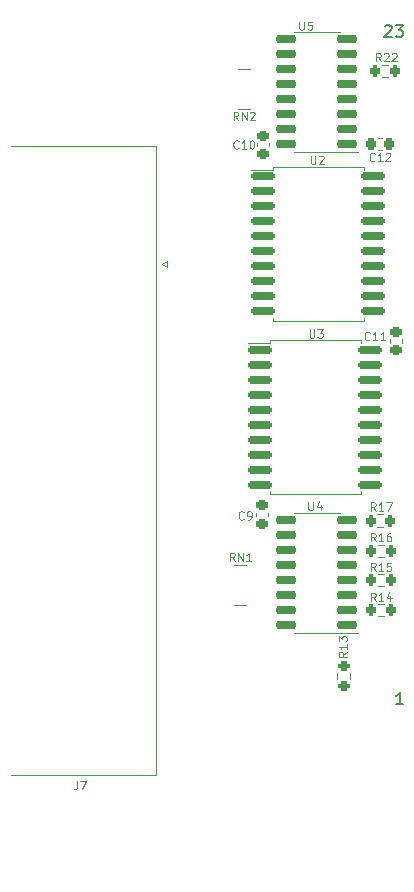
<source format=gbr>
%TF.GenerationSoftware,KiCad,Pcbnew,(6.0.11-0)*%
%TF.CreationDate,2023-07-12T13:16:53+12:00*%
%TF.ProjectId,controller-upper-cut,636f6e74-726f-46c6-9c65-722d75707065,3.2*%
%TF.SameCoordinates,PX206cc80PY68e7780*%
%TF.FileFunction,Legend,Top*%
%TF.FilePolarity,Positive*%
%FSLAX46Y46*%
G04 Gerber Fmt 4.6, Leading zero omitted, Abs format (unit mm)*
G04 Created by KiCad (PCBNEW (6.0.11-0)) date 2023-07-12 13:16:53*
%MOMM*%
%LPD*%
G01*
G04 APERTURE LIST*
G04 Aperture macros list*
%AMRoundRect*
0 Rectangle with rounded corners*
0 $1 Rounding radius*
0 $2 $3 $4 $5 $6 $7 $8 $9 X,Y pos of 4 corners*
0 Add a 4 corners polygon primitive as box body*
4,1,4,$2,$3,$4,$5,$6,$7,$8,$9,$2,$3,0*
0 Add four circle primitives for the rounded corners*
1,1,$1+$1,$2,$3*
1,1,$1+$1,$4,$5*
1,1,$1+$1,$6,$7*
1,1,$1+$1,$8,$9*
0 Add four rect primitives between the rounded corners*
20,1,$1+$1,$2,$3,$4,$5,0*
20,1,$1+$1,$4,$5,$6,$7,0*
20,1,$1+$1,$6,$7,$8,$9,0*
20,1,$1+$1,$8,$9,$2,$3,0*%
G04 Aperture macros list end*
%ADD10C,0.150000*%
%ADD11C,0.080000*%
%ADD12C,0.120000*%
%ADD13R,0.800000X0.500000*%
%ADD14R,0.800000X0.400000*%
%ADD15RoundRect,0.200000X-0.200000X-0.275000X0.200000X-0.275000X0.200000X0.275000X-0.200000X0.275000X0*%
%ADD16RoundRect,0.150000X-0.875000X-0.150000X0.875000X-0.150000X0.875000X0.150000X-0.875000X0.150000X0*%
%ADD17C,5.500000*%
%ADD18RoundRect,0.225000X0.250000X-0.225000X0.250000X0.225000X-0.250000X0.225000X-0.250000X-0.225000X0*%
%ADD19RoundRect,0.225000X-0.250000X0.225000X-0.250000X-0.225000X0.250000X-0.225000X0.250000X0.225000X0*%
%ADD20RoundRect,0.225000X-0.225000X-0.250000X0.225000X-0.250000X0.225000X0.250000X-0.225000X0.250000X0*%
%ADD21RoundRect,0.150000X0.725000X0.150000X-0.725000X0.150000X-0.725000X-0.150000X0.725000X-0.150000X0*%
%ADD22C,4.000000*%
%ADD23R,1.600000X1.600000*%
%ADD24C,1.600000*%
%ADD25RoundRect,0.200000X-0.275000X0.200000X-0.275000X-0.200000X0.275000X-0.200000X0.275000X0.200000X0*%
%ADD26R,1.700000X1.700000*%
%ADD27O,1.700000X1.700000*%
G04 APERTURE END LIST*
D10*
X42838095Y-7747619D02*
X42885714Y-7700000D01*
X42980952Y-7652380D01*
X43219047Y-7652380D01*
X43314285Y-7700000D01*
X43361904Y-7747619D01*
X43409523Y-7842857D01*
X43409523Y-7938095D01*
X43361904Y-8080952D01*
X42790476Y-8652380D01*
X43409523Y-8652380D01*
X43742857Y-7652380D02*
X44361904Y-7652380D01*
X44028571Y-8033333D01*
X44171428Y-8033333D01*
X44266666Y-8080952D01*
X44314285Y-8128571D01*
X44361904Y-8223809D01*
X44361904Y-8461904D01*
X44314285Y-8557142D01*
X44266666Y-8604761D01*
X44171428Y-8652380D01*
X43885714Y-8652380D01*
X43790476Y-8604761D01*
X43742857Y-8557142D01*
X44385714Y-65152380D02*
X43814285Y-65152380D01*
X44100000Y-65152380D02*
X44100000Y-64152380D01*
X44004761Y-64295238D01*
X43909523Y-64390476D01*
X43814285Y-64438095D01*
D11*
%TO.C,RN2*%
X30426666Y-15696059D02*
X30193333Y-15362726D01*
X30026666Y-15696059D02*
X30026666Y-14996059D01*
X30293333Y-14996059D01*
X30360000Y-15029393D01*
X30393333Y-15062726D01*
X30426666Y-15129393D01*
X30426666Y-15229393D01*
X30393333Y-15296059D01*
X30360000Y-15329393D01*
X30293333Y-15362726D01*
X30026666Y-15362726D01*
X30726666Y-15696059D02*
X30726666Y-14996059D01*
X31126666Y-15696059D01*
X31126666Y-14996059D01*
X31426666Y-15062726D02*
X31460000Y-15029393D01*
X31526666Y-14996059D01*
X31693333Y-14996059D01*
X31760000Y-15029393D01*
X31793333Y-15062726D01*
X31826666Y-15129393D01*
X31826666Y-15196059D01*
X31793333Y-15296059D01*
X31393333Y-15696059D01*
X31826666Y-15696059D01*
%TO.C,R16*%
X42050000Y-51366666D02*
X41816666Y-51033333D01*
X41650000Y-51366666D02*
X41650000Y-50666666D01*
X41916666Y-50666666D01*
X41983333Y-50700000D01*
X42016666Y-50733333D01*
X42050000Y-50800000D01*
X42050000Y-50900000D01*
X42016666Y-50966666D01*
X41983333Y-51000000D01*
X41916666Y-51033333D01*
X41650000Y-51033333D01*
X42716666Y-51366666D02*
X42316666Y-51366666D01*
X42516666Y-51366666D02*
X42516666Y-50666666D01*
X42450000Y-50766666D01*
X42383333Y-50833333D01*
X42316666Y-50866666D01*
X43316666Y-50666666D02*
X43183333Y-50666666D01*
X43116666Y-50700000D01*
X43083333Y-50733333D01*
X43016666Y-50833333D01*
X42983333Y-50966666D01*
X42983333Y-51233333D01*
X43016666Y-51300000D01*
X43050000Y-51333333D01*
X43116666Y-51366666D01*
X43250000Y-51366666D01*
X43316666Y-51333333D01*
X43350000Y-51300000D01*
X43383333Y-51233333D01*
X43383333Y-51066666D01*
X43350000Y-51000000D01*
X43316666Y-50966666D01*
X43250000Y-50933333D01*
X43116666Y-50933333D01*
X43050000Y-50966666D01*
X43016666Y-51000000D01*
X42983333Y-51066666D01*
%TO.C,R15*%
X42050000Y-53866666D02*
X41816666Y-53533333D01*
X41650000Y-53866666D02*
X41650000Y-53166666D01*
X41916666Y-53166666D01*
X41983333Y-53200000D01*
X42016666Y-53233333D01*
X42050000Y-53300000D01*
X42050000Y-53400000D01*
X42016666Y-53466666D01*
X41983333Y-53500000D01*
X41916666Y-53533333D01*
X41650000Y-53533333D01*
X42716666Y-53866666D02*
X42316666Y-53866666D01*
X42516666Y-53866666D02*
X42516666Y-53166666D01*
X42450000Y-53266666D01*
X42383333Y-53333333D01*
X42316666Y-53366666D01*
X43350000Y-53166666D02*
X43016666Y-53166666D01*
X42983333Y-53500000D01*
X43016666Y-53466666D01*
X43083333Y-53433333D01*
X43250000Y-53433333D01*
X43316666Y-53466666D01*
X43350000Y-53500000D01*
X43383333Y-53566666D01*
X43383333Y-53733333D01*
X43350000Y-53800000D01*
X43316666Y-53833333D01*
X43250000Y-53866666D01*
X43083333Y-53866666D01*
X43016666Y-53833333D01*
X42983333Y-53800000D01*
%TO.C,R17*%
X42050000Y-48766666D02*
X41816666Y-48433333D01*
X41650000Y-48766666D02*
X41650000Y-48066666D01*
X41916666Y-48066666D01*
X41983333Y-48100000D01*
X42016666Y-48133333D01*
X42050000Y-48200000D01*
X42050000Y-48300000D01*
X42016666Y-48366666D01*
X41983333Y-48400000D01*
X41916666Y-48433333D01*
X41650000Y-48433333D01*
X42716666Y-48766666D02*
X42316666Y-48766666D01*
X42516666Y-48766666D02*
X42516666Y-48066666D01*
X42450000Y-48166666D01*
X42383333Y-48233333D01*
X42316666Y-48266666D01*
X42950000Y-48066666D02*
X43416666Y-48066666D01*
X43116666Y-48766666D01*
%TO.C,U3*%
X36466666Y-33416666D02*
X36466666Y-33983333D01*
X36500000Y-34050000D01*
X36533333Y-34083333D01*
X36600000Y-34116666D01*
X36733333Y-34116666D01*
X36800000Y-34083333D01*
X36833333Y-34050000D01*
X36866666Y-33983333D01*
X36866666Y-33416666D01*
X37133333Y-33416666D02*
X37566666Y-33416666D01*
X37333333Y-33683333D01*
X37433333Y-33683333D01*
X37500000Y-33716666D01*
X37533333Y-33750000D01*
X37566666Y-33816666D01*
X37566666Y-33983333D01*
X37533333Y-34050000D01*
X37500000Y-34083333D01*
X37433333Y-34116666D01*
X37233333Y-34116666D01*
X37166666Y-34083333D01*
X37133333Y-34050000D01*
%TO.C,H3*%
X19566666Y-10309559D02*
X19566666Y-9609559D01*
X19566666Y-9942893D02*
X19966666Y-9942893D01*
X19966666Y-10309559D02*
X19966666Y-9609559D01*
X20233333Y-9609559D02*
X20666666Y-9609559D01*
X20433333Y-9876226D01*
X20533333Y-9876226D01*
X20600000Y-9909559D01*
X20633333Y-9942893D01*
X20666666Y-10009559D01*
X20666666Y-10176226D01*
X20633333Y-10242893D01*
X20600000Y-10276226D01*
X20533333Y-10309559D01*
X20333333Y-10309559D01*
X20266666Y-10276226D01*
X20233333Y-10242893D01*
%TO.C,RN1*%
X30116666Y-53016666D02*
X29883333Y-52683333D01*
X29716666Y-53016666D02*
X29716666Y-52316666D01*
X29983333Y-52316666D01*
X30050000Y-52350000D01*
X30083333Y-52383333D01*
X30116666Y-52450000D01*
X30116666Y-52550000D01*
X30083333Y-52616666D01*
X30050000Y-52650000D01*
X29983333Y-52683333D01*
X29716666Y-52683333D01*
X30416666Y-53016666D02*
X30416666Y-52316666D01*
X30816666Y-53016666D01*
X30816666Y-52316666D01*
X31516666Y-53016666D02*
X31116666Y-53016666D01*
X31316666Y-53016666D02*
X31316666Y-52316666D01*
X31250000Y-52416666D01*
X31183333Y-52483333D01*
X31116666Y-52516666D01*
%TO.C,C11*%
X41550000Y-34250000D02*
X41516666Y-34283333D01*
X41416666Y-34316666D01*
X41350000Y-34316666D01*
X41250000Y-34283333D01*
X41183333Y-34216666D01*
X41150000Y-34150000D01*
X41116666Y-34016666D01*
X41116666Y-33916666D01*
X41150000Y-33783333D01*
X41183333Y-33716666D01*
X41250000Y-33650000D01*
X41350000Y-33616666D01*
X41416666Y-33616666D01*
X41516666Y-33650000D01*
X41550000Y-33683333D01*
X42216666Y-34316666D02*
X41816666Y-34316666D01*
X42016666Y-34316666D02*
X42016666Y-33616666D01*
X41950000Y-33716666D01*
X41883333Y-33783333D01*
X41816666Y-33816666D01*
X42883333Y-34316666D02*
X42483333Y-34316666D01*
X42683333Y-34316666D02*
X42683333Y-33616666D01*
X42616666Y-33716666D01*
X42550000Y-33783333D01*
X42483333Y-33816666D01*
%TO.C,R14*%
X42050000Y-56416666D02*
X41816666Y-56083333D01*
X41650000Y-56416666D02*
X41650000Y-55716666D01*
X41916666Y-55716666D01*
X41983333Y-55750000D01*
X42016666Y-55783333D01*
X42050000Y-55850000D01*
X42050000Y-55950000D01*
X42016666Y-56016666D01*
X41983333Y-56050000D01*
X41916666Y-56083333D01*
X41650000Y-56083333D01*
X42716666Y-56416666D02*
X42316666Y-56416666D01*
X42516666Y-56416666D02*
X42516666Y-55716666D01*
X42450000Y-55816666D01*
X42383333Y-55883333D01*
X42316666Y-55916666D01*
X43316666Y-55950000D02*
X43316666Y-56416666D01*
X43150000Y-55683333D02*
X42983333Y-56183333D01*
X43416666Y-56183333D01*
%TO.C,C10*%
X30450000Y-18050000D02*
X30416666Y-18083333D01*
X30316666Y-18116666D01*
X30250000Y-18116666D01*
X30150000Y-18083333D01*
X30083333Y-18016666D01*
X30050000Y-17950000D01*
X30016666Y-17816666D01*
X30016666Y-17716666D01*
X30050000Y-17583333D01*
X30083333Y-17516666D01*
X30150000Y-17450000D01*
X30250000Y-17416666D01*
X30316666Y-17416666D01*
X30416666Y-17450000D01*
X30450000Y-17483333D01*
X31116666Y-18116666D02*
X30716666Y-18116666D01*
X30916666Y-18116666D02*
X30916666Y-17416666D01*
X30850000Y-17516666D01*
X30783333Y-17583333D01*
X30716666Y-17616666D01*
X31550000Y-17416666D02*
X31616666Y-17416666D01*
X31683333Y-17450000D01*
X31716666Y-17483333D01*
X31750000Y-17550000D01*
X31783333Y-17683333D01*
X31783333Y-17850000D01*
X31750000Y-17983333D01*
X31716666Y-18050000D01*
X31683333Y-18083333D01*
X31616666Y-18116666D01*
X31550000Y-18116666D01*
X31483333Y-18083333D01*
X31450000Y-18050000D01*
X31416666Y-17983333D01*
X31383333Y-17850000D01*
X31383333Y-17683333D01*
X31416666Y-17550000D01*
X31450000Y-17483333D01*
X31483333Y-17450000D01*
X31550000Y-17416666D01*
%TO.C,R22*%
X42500000Y-10716666D02*
X42266666Y-10383333D01*
X42100000Y-10716666D02*
X42100000Y-10016666D01*
X42366666Y-10016666D01*
X42433333Y-10050000D01*
X42466666Y-10083333D01*
X42500000Y-10150000D01*
X42500000Y-10250000D01*
X42466666Y-10316666D01*
X42433333Y-10350000D01*
X42366666Y-10383333D01*
X42100000Y-10383333D01*
X42766666Y-10083333D02*
X42800000Y-10050000D01*
X42866666Y-10016666D01*
X43033333Y-10016666D01*
X43100000Y-10050000D01*
X43133333Y-10083333D01*
X43166666Y-10150000D01*
X43166666Y-10216666D01*
X43133333Y-10316666D01*
X42733333Y-10716666D01*
X43166666Y-10716666D01*
X43433333Y-10083333D02*
X43466666Y-10050000D01*
X43533333Y-10016666D01*
X43700000Y-10016666D01*
X43766666Y-10050000D01*
X43800000Y-10083333D01*
X43833333Y-10150000D01*
X43833333Y-10216666D01*
X43800000Y-10316666D01*
X43400000Y-10716666D01*
X43833333Y-10716666D01*
%TO.C,C12*%
X41975000Y-19089393D02*
X41941666Y-19122726D01*
X41841666Y-19156059D01*
X41775000Y-19156059D01*
X41675000Y-19122726D01*
X41608333Y-19056059D01*
X41575000Y-18989393D01*
X41541666Y-18856059D01*
X41541666Y-18756059D01*
X41575000Y-18622726D01*
X41608333Y-18556059D01*
X41675000Y-18489393D01*
X41775000Y-18456059D01*
X41841666Y-18456059D01*
X41941666Y-18489393D01*
X41975000Y-18522726D01*
X42641666Y-19156059D02*
X42241666Y-19156059D01*
X42441666Y-19156059D02*
X42441666Y-18456059D01*
X42375000Y-18556059D01*
X42308333Y-18622726D01*
X42241666Y-18656059D01*
X42908333Y-18522726D02*
X42941666Y-18489393D01*
X43008333Y-18456059D01*
X43175000Y-18456059D01*
X43241666Y-18489393D01*
X43275000Y-18522726D01*
X43308333Y-18589393D01*
X43308333Y-18656059D01*
X43275000Y-18756059D01*
X42875000Y-19156059D01*
X43308333Y-19156059D01*
%TO.C,U5*%
X35591666Y-7351059D02*
X35591666Y-7917726D01*
X35625000Y-7984393D01*
X35658333Y-8017726D01*
X35725000Y-8051059D01*
X35858333Y-8051059D01*
X35925000Y-8017726D01*
X35958333Y-7984393D01*
X35991666Y-7917726D01*
X35991666Y-7351059D01*
X36658333Y-7351059D02*
X36325000Y-7351059D01*
X36291666Y-7684393D01*
X36325000Y-7651059D01*
X36391666Y-7617726D01*
X36558333Y-7617726D01*
X36625000Y-7651059D01*
X36658333Y-7684393D01*
X36691666Y-7751059D01*
X36691666Y-7917726D01*
X36658333Y-7984393D01*
X36625000Y-8017726D01*
X36558333Y-8051059D01*
X36391666Y-8051059D01*
X36325000Y-8017726D01*
X36291666Y-7984393D01*
%TO.C,H4*%
X19466666Y-79209559D02*
X19466666Y-78509559D01*
X19466666Y-78842893D02*
X19866666Y-78842893D01*
X19866666Y-79209559D02*
X19866666Y-78509559D01*
X20500000Y-78742893D02*
X20500000Y-79209559D01*
X20333333Y-78476226D02*
X20166666Y-78976226D01*
X20600000Y-78976226D01*
%TO.C,J7*%
X16792666Y-71669559D02*
X16792666Y-72169559D01*
X16759333Y-72269559D01*
X16692666Y-72336226D01*
X16592666Y-72369559D01*
X16526000Y-72369559D01*
X17059333Y-71669559D02*
X17526000Y-71669559D01*
X17226000Y-72369559D01*
%TO.C,R13*%
X39624466Y-60733400D02*
X39291133Y-60966733D01*
X39624466Y-61133400D02*
X38924466Y-61133400D01*
X38924466Y-60866733D01*
X38957800Y-60800066D01*
X38991133Y-60766733D01*
X39057800Y-60733400D01*
X39157800Y-60733400D01*
X39224466Y-60766733D01*
X39257800Y-60800066D01*
X39291133Y-60866733D01*
X39291133Y-61133400D01*
X39624466Y-60066733D02*
X39624466Y-60466733D01*
X39624466Y-60266733D02*
X38924466Y-60266733D01*
X39024466Y-60333400D01*
X39091133Y-60400066D01*
X39124466Y-60466733D01*
X38924466Y-59833400D02*
X38924466Y-59400066D01*
X39191133Y-59633400D01*
X39191133Y-59533400D01*
X39224466Y-59466733D01*
X39257800Y-59433400D01*
X39324466Y-59400066D01*
X39491133Y-59400066D01*
X39557800Y-59433400D01*
X39591133Y-59466733D01*
X39624466Y-59533400D01*
X39624466Y-59733400D01*
X39591133Y-59800066D01*
X39557800Y-59833400D01*
%TO.C,U4*%
X36366666Y-48016666D02*
X36366666Y-48583333D01*
X36400000Y-48650000D01*
X36433333Y-48683333D01*
X36500000Y-48716666D01*
X36633333Y-48716666D01*
X36700000Y-48683333D01*
X36733333Y-48650000D01*
X36766666Y-48583333D01*
X36766666Y-48016666D01*
X37400000Y-48250000D02*
X37400000Y-48716666D01*
X37233333Y-47983333D02*
X37066666Y-48483333D01*
X37500000Y-48483333D01*
%TO.C,C9*%
X30883333Y-49450000D02*
X30850000Y-49483333D01*
X30750000Y-49516666D01*
X30683333Y-49516666D01*
X30583333Y-49483333D01*
X30516666Y-49416666D01*
X30483333Y-49350000D01*
X30450000Y-49216666D01*
X30450000Y-49116666D01*
X30483333Y-48983333D01*
X30516666Y-48916666D01*
X30583333Y-48850000D01*
X30683333Y-48816666D01*
X30750000Y-48816666D01*
X30850000Y-48850000D01*
X30883333Y-48883333D01*
X31216666Y-49516666D02*
X31350000Y-49516666D01*
X31416666Y-49483333D01*
X31450000Y-49450000D01*
X31516666Y-49350000D01*
X31550000Y-49216666D01*
X31550000Y-48950000D01*
X31516666Y-48883333D01*
X31483333Y-48850000D01*
X31416666Y-48816666D01*
X31283333Y-48816666D01*
X31216666Y-48850000D01*
X31183333Y-48883333D01*
X31150000Y-48950000D01*
X31150000Y-49116666D01*
X31183333Y-49183333D01*
X31216666Y-49216666D01*
X31283333Y-49250000D01*
X31416666Y-49250000D01*
X31483333Y-49216666D01*
X31516666Y-49183333D01*
X31550000Y-49116666D01*
%TO.C,U2*%
X36566666Y-18706059D02*
X36566666Y-19272726D01*
X36600000Y-19339393D01*
X36633333Y-19372726D01*
X36700000Y-19406059D01*
X36833333Y-19406059D01*
X36900000Y-19372726D01*
X36933333Y-19339393D01*
X36966666Y-19272726D01*
X36966666Y-18706059D01*
X37266666Y-18772726D02*
X37300000Y-18739393D01*
X37366666Y-18706059D01*
X37533333Y-18706059D01*
X37600000Y-18739393D01*
X37633333Y-18772726D01*
X37666666Y-18839393D01*
X37666666Y-18906059D01*
X37633333Y-19006059D01*
X37233333Y-19406059D01*
X37666666Y-19406059D01*
D12*
%TO.C,RN2*%
X31400000Y-11409393D02*
X30400000Y-11409393D01*
X31400000Y-14769393D02*
X30400000Y-14769393D01*
%TO.C,R16*%
X42262742Y-51627500D02*
X42737258Y-51627500D01*
X42262742Y-52672500D02*
X42737258Y-52672500D01*
%TO.C,R15*%
X42262742Y-54127500D02*
X42737258Y-54127500D01*
X42262742Y-55172500D02*
X42737258Y-55172500D01*
%TO.C,R17*%
X42212742Y-50122500D02*
X42687258Y-50122500D01*
X42212742Y-49077500D02*
X42687258Y-49077500D01*
%TO.C,U3*%
X40810000Y-34340000D02*
X40810000Y-34575000D01*
X33090000Y-34575000D02*
X31275000Y-34575000D01*
X36950000Y-34340000D02*
X40810000Y-34340000D01*
X40810000Y-47360000D02*
X40810000Y-47125000D01*
X33090000Y-47360000D02*
X33090000Y-47125000D01*
X36950000Y-47360000D02*
X33090000Y-47360000D01*
X36950000Y-47360000D02*
X40810000Y-47360000D01*
X33090000Y-34340000D02*
X33090000Y-34575000D01*
X36950000Y-34340000D02*
X33090000Y-34340000D01*
%TO.C,RN1*%
X31100000Y-56713393D02*
X30100000Y-56713393D01*
X31100000Y-53353393D02*
X30100000Y-53353393D01*
%TO.C,C11*%
X43290000Y-34533473D02*
X43290000Y-34252313D01*
X44310000Y-34533473D02*
X44310000Y-34252313D01*
%TO.C,R14*%
X42262742Y-57722500D02*
X42737258Y-57722500D01*
X42262742Y-56677500D02*
X42737258Y-56677500D01*
%TO.C,C10*%
X32034000Y-17643813D02*
X32034000Y-17924973D01*
X33054000Y-17643813D02*
X33054000Y-17924973D01*
%TO.C,R22*%
X42612742Y-12072500D02*
X43087258Y-12072500D01*
X42612742Y-11027500D02*
X43087258Y-11027500D01*
%TO.C,C12*%
X42284420Y-17229393D02*
X42565580Y-17229393D01*
X42284420Y-18249393D02*
X42565580Y-18249393D01*
%TO.C,U5*%
X37079000Y-18354393D02*
X35129000Y-18354393D01*
X37079000Y-8234393D02*
X35129000Y-8234393D01*
X37079000Y-18354393D02*
X40529000Y-18354393D01*
X37079000Y-8234393D02*
X39029000Y-8234393D01*
%TO.C,J7*%
X23951656Y-27887893D02*
X24384669Y-27637893D01*
X23490331Y-71117893D02*
X11150331Y-71117893D01*
X11150331Y-17897893D02*
X23490331Y-17897893D01*
X23490331Y-17897893D02*
X23490331Y-71117893D01*
X24384669Y-28137893D02*
X23951656Y-27887893D01*
X24384669Y-27637893D02*
X24384669Y-28137893D01*
%TO.C,R13*%
X38827500Y-62537742D02*
X38827500Y-63012258D01*
X39872500Y-62537742D02*
X39872500Y-63012258D01*
%TO.C,U4*%
X37079000Y-59081393D02*
X35129000Y-59081393D01*
X37079000Y-48961393D02*
X39029000Y-48961393D01*
X37079000Y-59081393D02*
X40529000Y-59081393D01*
X37079000Y-48961393D02*
X35129000Y-48961393D01*
%TO.C,C9*%
X32910000Y-49226586D02*
X32910000Y-48945426D01*
X31890000Y-49226586D02*
X31890000Y-48945426D01*
%TO.C,U2*%
X33343560Y-19885833D02*
X31528560Y-19885833D01*
X37203560Y-19650833D02*
X41063560Y-19650833D01*
X41063560Y-32670833D02*
X41063560Y-32435833D01*
X37203560Y-32670833D02*
X33343560Y-32670833D01*
X41063560Y-19650833D02*
X41063560Y-19885833D01*
X37203560Y-32670833D02*
X41063560Y-32670833D01*
X37203560Y-19650833D02*
X33343560Y-19650833D01*
X33343560Y-19650833D02*
X33343560Y-19885833D01*
X33343560Y-32670833D02*
X33343560Y-32435833D01*
%TD*%
%LPC*%
D13*
%TO.C,RN2*%
X30000000Y-11889393D03*
D14*
X30000000Y-12689393D03*
X30000000Y-13489393D03*
D13*
X30000000Y-14289393D03*
X31800000Y-14289393D03*
D14*
X31800000Y-13489393D03*
X31800000Y-12689393D03*
D13*
X31800000Y-11889393D03*
%TD*%
D15*
%TO.C,R16*%
X41675000Y-52150000D03*
X43325000Y-52150000D03*
%TD*%
%TO.C,R15*%
X41675000Y-54650000D03*
X43325000Y-54650000D03*
%TD*%
%TO.C,R17*%
X41625000Y-49600000D03*
X43275000Y-49600000D03*
%TD*%
D16*
%TO.C,U3*%
X32300000Y-35135000D03*
X32300000Y-36405000D03*
X32300000Y-37675000D03*
X32300000Y-38945000D03*
X32300000Y-40215000D03*
X32300000Y-41485000D03*
X32300000Y-42755000D03*
X32300000Y-44025000D03*
X32300000Y-45295000D03*
X32300000Y-46565000D03*
X41600000Y-46565000D03*
X41600000Y-45295000D03*
X41600000Y-44025000D03*
X41600000Y-42755000D03*
X41600000Y-41485000D03*
X41600000Y-40215000D03*
X41600000Y-38945000D03*
X41600000Y-37675000D03*
X41600000Y-36405000D03*
X41600000Y-35135000D03*
%TD*%
D17*
%TO.C,H3*%
X20000000Y-10000000D03*
%TD*%
D13*
%TO.C,RN1*%
X29700000Y-53833393D03*
D14*
X29700000Y-54633393D03*
X29700000Y-55433393D03*
D13*
X29700000Y-56233393D03*
X31500000Y-56233393D03*
D14*
X31500000Y-55433393D03*
X31500000Y-54633393D03*
D13*
X31500000Y-53833393D03*
%TD*%
D18*
%TO.C,C11*%
X43800000Y-35167893D03*
X43800000Y-33617893D03*
%TD*%
D15*
%TO.C,R14*%
X41675000Y-57200000D03*
X43325000Y-57200000D03*
%TD*%
D19*
%TO.C,C10*%
X32544000Y-17009393D03*
X32544000Y-18559393D03*
%TD*%
D15*
%TO.C,R22*%
X42025000Y-11550000D03*
X43675000Y-11550000D03*
%TD*%
D20*
%TO.C,C12*%
X41650000Y-17739393D03*
X43200000Y-17739393D03*
%TD*%
D21*
%TO.C,U5*%
X39654000Y-17739393D03*
X39654000Y-16469393D03*
X39654000Y-15199393D03*
X39654000Y-13929393D03*
X39654000Y-12659393D03*
X39654000Y-11389393D03*
X39654000Y-10119393D03*
X39654000Y-8849393D03*
X34504000Y-8849393D03*
X34504000Y-10119393D03*
X34504000Y-11389393D03*
X34504000Y-12659393D03*
X34504000Y-13929393D03*
X34504000Y-15199393D03*
X34504000Y-16469393D03*
X34504000Y-17739393D03*
%TD*%
D17*
%TO.C,H4*%
X20000000Y-79000000D03*
%TD*%
D22*
%TO.C,J7*%
X20210331Y-68057893D03*
X20210331Y-20957893D03*
D23*
X21630331Y-27887893D03*
D24*
X21630331Y-30657893D03*
X21630331Y-33427893D03*
X21630331Y-36197893D03*
X21630331Y-38967893D03*
X21630331Y-41737893D03*
X21630331Y-44507893D03*
X21630331Y-47277893D03*
X21630331Y-50047893D03*
X21630331Y-52817893D03*
X21630331Y-55587893D03*
X21630331Y-58357893D03*
X21630331Y-61127893D03*
X18790331Y-29272893D03*
X18790331Y-32042893D03*
X18790331Y-34812893D03*
X18790331Y-37582893D03*
X18790331Y-40352893D03*
X18790331Y-43122893D03*
X18790331Y-45892893D03*
X18790331Y-48662893D03*
X18790331Y-51432893D03*
X18790331Y-54202893D03*
X18790331Y-56972893D03*
X18790331Y-59742893D03*
%TD*%
D25*
%TO.C,R13*%
X39350000Y-61950000D03*
X39350000Y-63600000D03*
%TD*%
D21*
%TO.C,U4*%
X39654000Y-58466393D03*
X39654000Y-57196393D03*
X39654000Y-55926393D03*
X39654000Y-54656393D03*
X39654000Y-53386393D03*
X39654000Y-52116393D03*
X39654000Y-50846393D03*
X39654000Y-49576393D03*
X34504000Y-49576393D03*
X34504000Y-50846393D03*
X34504000Y-52116393D03*
X34504000Y-53386393D03*
X34504000Y-54656393D03*
X34504000Y-55926393D03*
X34504000Y-57196393D03*
X34504000Y-58466393D03*
%TD*%
D18*
%TO.C,C9*%
X32400000Y-49861006D03*
X32400000Y-48311006D03*
%TD*%
D16*
%TO.C,U2*%
X32553560Y-20445833D03*
X32553560Y-21715833D03*
X32553560Y-22985833D03*
X32553560Y-24255833D03*
X32553560Y-25525833D03*
X32553560Y-26795833D03*
X32553560Y-28065833D03*
X32553560Y-29335833D03*
X32553560Y-30605833D03*
X32553560Y-31875833D03*
X41853560Y-31875833D03*
X41853560Y-30605833D03*
X41853560Y-29335833D03*
X41853560Y-28065833D03*
X41853560Y-26795833D03*
X41853560Y-25525833D03*
X41853560Y-24255833D03*
X41853560Y-22985833D03*
X41853560Y-21715833D03*
X41853560Y-20445833D03*
%TD*%
D26*
%TO.C,J2*%
X46063000Y-64417000D03*
D27*
X46063000Y-61877000D03*
X46063000Y-59337000D03*
X46063000Y-56797000D03*
X46063000Y-54257000D03*
X46063000Y-51717000D03*
X46063000Y-49177000D03*
X46063000Y-46637000D03*
X46063000Y-44097000D03*
X46063000Y-41557000D03*
X46063000Y-39017000D03*
X46063000Y-36477000D03*
X46063000Y-33937000D03*
X46063000Y-31397000D03*
X46063000Y-28857000D03*
X46063000Y-26317000D03*
X46063000Y-23777000D03*
X46063000Y-21237000D03*
X46063000Y-18697000D03*
X46063000Y-16157000D03*
X46063000Y-13617000D03*
X46063000Y-11077000D03*
X46063000Y-8537000D03*
%TD*%
M02*

</source>
